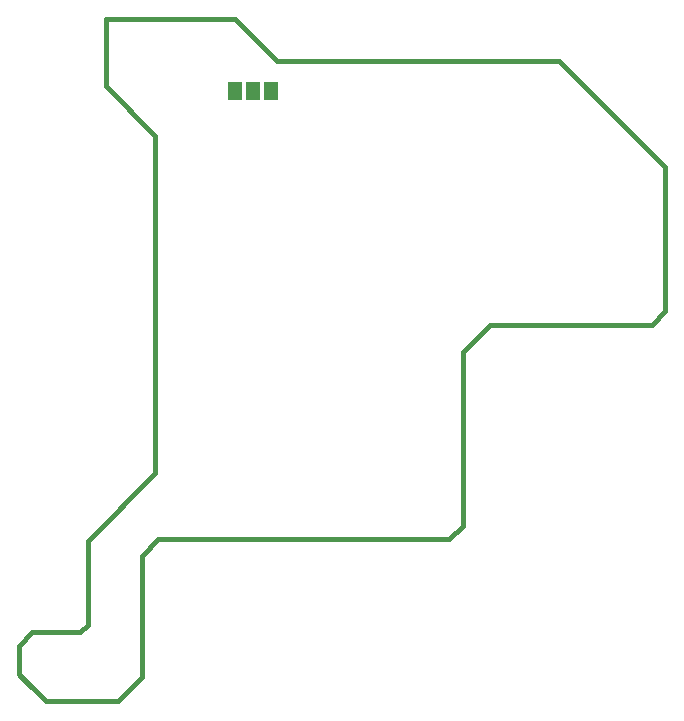
<source format=gtp>
G75*
%MOIN*%
%OFA0B0*%
%FSLAX24Y24*%
%IPPOS*%
%LPD*%
%AMOC8*
5,1,8,0,0,1.08239X$1,22.5*
%
%ADD10C,0.0160*%
%ADD11R,0.0460X0.0630*%
D10*
X000980Y000280D02*
X000230Y001030D01*
X000180Y001080D02*
X000180Y002030D01*
X000630Y002480D01*
X002230Y002480D01*
X002480Y002730D01*
X002480Y005530D01*
X004730Y007780D01*
X004730Y019030D01*
X003080Y020680D01*
X003080Y022930D01*
X007380Y022930D01*
X008780Y021530D01*
X018180Y021530D01*
X021730Y017980D01*
X021730Y013180D01*
X021280Y012730D01*
X015880Y012730D01*
X014980Y011830D01*
X014980Y006030D01*
X014530Y005580D01*
X004830Y005580D01*
X004280Y005030D01*
X004280Y000980D01*
X003480Y000180D01*
X001080Y000180D01*
X000180Y001080D01*
D11*
X007380Y020530D03*
X007980Y020530D03*
X008580Y020530D03*
M02*

</source>
